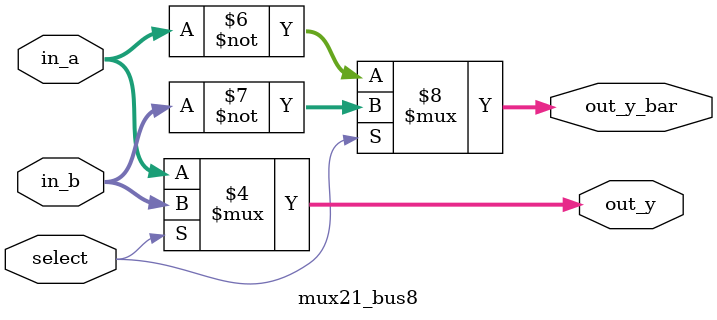
<source format=v>
/*
    2:1 MUX, 8-bus, any method you want
        focus is using vectors
*/

`timescale 1ns/1ns
`define STEP 10
`define SEED 999
`define REPS 3


module tb ();
    wire [7:0] outY;
    wire [7:0] outYbar;
    reg sel;
    reg [7:0] inA;
    reg [7:0] inB;

    integer idx;
    integer r_gen;

    mux21_bus8 DUT (
                        .out_y(outY),
                        .out_y_bar(outYbar),
                        .select(sel),
                        .in_a(inA),
                        .in_b(inB)
                    );
    
    initial begin
        //$random(`SEED);
        $dumpfile("wave.vcd");
        $dumpvars(0, tb);
        $write("\nthe 2:1 MUX, 8-bit bus   s=0 -> Y = a ,  s=1 -> Y=b\n\n");
        $write(" s  |   a           b      |  Y          ~Y\n");
        $write("--------------------------------------------------\n");

        sel = 1'b0;
        for (idx = 0; idx < `REPS; idx = idx + 1) begin
            r_gen = $random;
            r_gen =  r_gen % 256;
            inA = r_gen;
            r_gen = $random;
            r_gen =  r_gen % 256;
            inB = r_gen;
            # `STEP
            $write(" %1b  |  %8b  %8b  |  %8b  %8b\n",
                sel, inA, inB, outY, outYbar);
        end
        $write("--------------------------------------------------\n");
        sel = 1'b1;
        for (idx = 0; idx < `REPS; idx = idx + 1) begin
            r_gen = $random;
            r_gen =  r_gen % 256;
            inA = r_gen;
            r_gen = $random;
            r_gen =  r_gen % 256;
            inB = r_gen;
            # `STEP
            $write(" %1b  |  %8b  %8b  |  %8b  %8b\n",
                sel, inA, inB, outY, outYbar);
        end
        $write("--------------------------------------------------\n");
        # `STEP
        $write("\n\n\t\t ~ ~ ~ TEST COMPLETE ~ ~ ~\n\n");
        $finish;
    end
endmodule


////~~~~


module mux21_bus8 (
                    output wire [7:0] out_y,
                    output wire [7:0] out_y_bar,
                    input wire select,
                    input wire [7:0] in_a,
                    input wire [7:0] in_b
                  );
    assign out_y = (~select) ? in_a : in_b;
    assign out_y_bar = (~select) ? ~in_a : ~in_b;
endmodule


////////~~~~~~~~END>  exp3c.v

</source>
